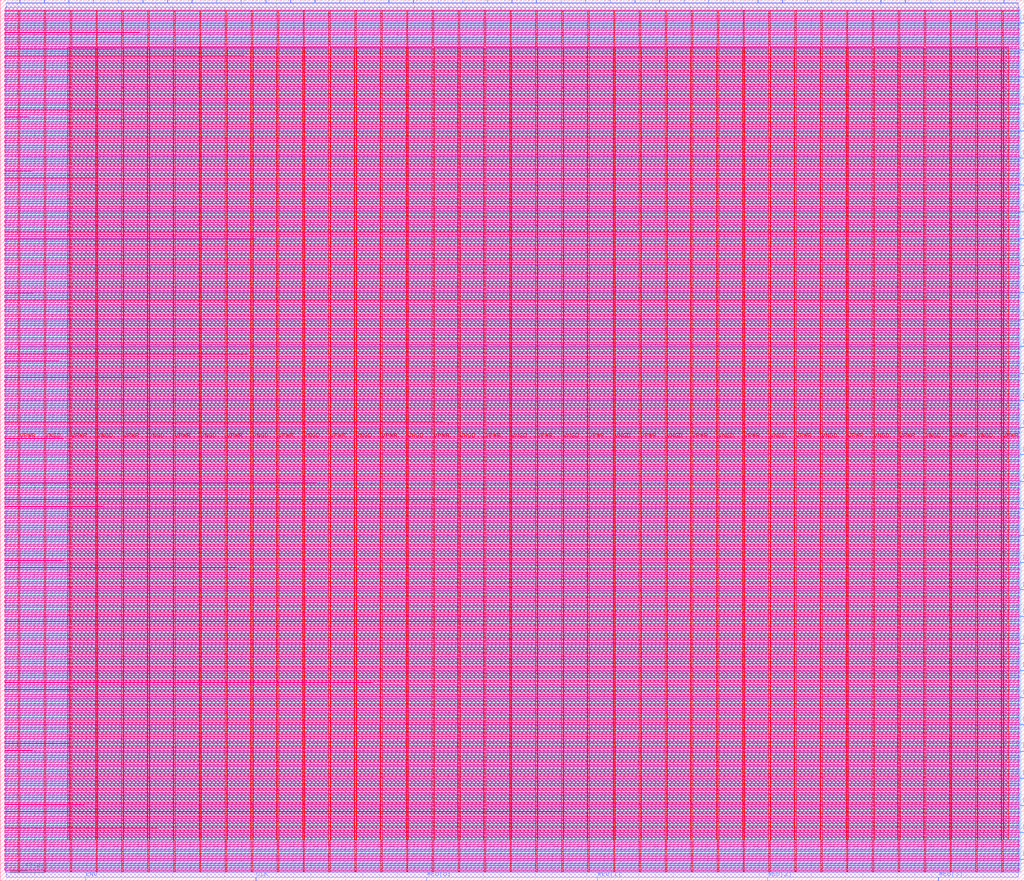
<source format=lef>
VERSION 5.7 ;
  NOWIREEXTENSIONATPIN ON ;
  DIVIDERCHAR "/" ;
  BUSBITCHARS "[]" ;
MACRO DFFRAM512x32
  CLASS BLOCK ;
  FOREIGN DFFRAM512x32 ;
  ORIGIN 0.000 0.000 ;
  SIZE 1186.960 BY 1021.295 ;
  PIN A0[0]
    DIRECTION INPUT ;
    USE SIGNAL ;
    ANTENNAGATEAREA 0.126000 ;
    PORT
      LAYER met2 ;
        RECT 935.270 1017.295 935.550 1021.295 ;
    END
  END A0[0]
  PIN A0[1]
    DIRECTION INPUT ;
    USE SIGNAL ;
    ANTENNAGATEAREA 0.126000 ;
    PORT
      LAYER met2 ;
        RECT 963.790 1017.295 964.070 1021.295 ;
    END
  END A0[1]
  PIN A0[2]
    DIRECTION INPUT ;
    USE SIGNAL ;
    ANTENNAGATEAREA 0.126000 ;
    PORT
      LAYER met2 ;
        RECT 992.310 1017.295 992.590 1021.295 ;
    END
  END A0[2]
  PIN A0[3]
    DIRECTION INPUT ;
    USE SIGNAL ;
    ANTENNAGATEAREA 0.126000 ;
    PORT
      LAYER met2 ;
        RECT 1020.830 1017.295 1021.110 1021.295 ;
    END
  END A0[3]
  PIN A0[4]
    DIRECTION INPUT ;
    USE SIGNAL ;
    ANTENNAGATEAREA 0.213000 ;
    PORT
      LAYER met2 ;
        RECT 1049.350 1017.295 1049.630 1021.295 ;
    END
  END A0[4]
  PIN A0[5]
    DIRECTION INPUT ;
    USE SIGNAL ;
    ANTENNAGATEAREA 0.213000 ;
    PORT
      LAYER met2 ;
        RECT 1077.870 1017.295 1078.150 1021.295 ;
    END
  END A0[5]
  PIN A0[6]
    DIRECTION INPUT ;
    USE SIGNAL ;
    ANTENNAGATEAREA 0.126000 ;
    PORT
      LAYER met2 ;
        RECT 1106.390 1017.295 1106.670 1021.295 ;
    END
  END A0[6]
  PIN A0[7]
    DIRECTION INPUT ;
    USE SIGNAL ;
    ANTENNAGATEAREA 0.126000 ;
    PORT
      LAYER met2 ;
        RECT 1134.910 1017.295 1135.190 1021.295 ;
    END
  END A0[7]
  PIN A0[8]
    DIRECTION INPUT ;
    USE SIGNAL ;
    ANTENNAGATEAREA 0.495000 ;
    PORT
      LAYER met2 ;
        RECT 1163.430 1017.295 1163.710 1021.295 ;
    END
  END A0[8]
  PIN CLK
    DIRECTION INPUT ;
    USE SIGNAL ;
    ANTENNAGATEAREA 0.852000 ;
    PORT
      LAYER met2 ;
        RECT 296.330 0.000 296.610 4.000 ;
    END
  END CLK
  PIN Di0[0]
    DIRECTION INPUT ;
    USE SIGNAL ;
    ANTENNAGATEAREA 0.126000 ;
    PORT
      LAYER met3 ;
        RECT 1182.960 24.520 1186.960 25.120 ;
    END
  END Di0[0]
  PIN Di0[10]
    DIRECTION INPUT ;
    USE SIGNAL ;
    ANTENNAGATEAREA 0.126000 ;
    PORT
      LAYER met3 ;
        RECT 1182.960 337.320 1186.960 337.920 ;
    END
  END Di0[10]
  PIN Di0[11]
    DIRECTION INPUT ;
    USE SIGNAL ;
    ANTENNAGATEAREA 0.126000 ;
    PORT
      LAYER met3 ;
        RECT 1182.960 368.600 1186.960 369.200 ;
    END
  END Di0[11]
  PIN Di0[12]
    DIRECTION INPUT ;
    USE SIGNAL ;
    ANTENNAGATEAREA 0.126000 ;
    PORT
      LAYER met3 ;
        RECT 1182.960 399.880 1186.960 400.480 ;
    END
  END Di0[12]
  PIN Di0[13]
    DIRECTION INPUT ;
    USE SIGNAL ;
    ANTENNAGATEAREA 0.126000 ;
    PORT
      LAYER met3 ;
        RECT 1182.960 431.160 1186.960 431.760 ;
    END
  END Di0[13]
  PIN Di0[14]
    DIRECTION INPUT ;
    USE SIGNAL ;
    ANTENNAGATEAREA 0.126000 ;
    PORT
      LAYER met3 ;
        RECT 1182.960 462.440 1186.960 463.040 ;
    END
  END Di0[14]
  PIN Di0[15]
    DIRECTION INPUT ;
    USE SIGNAL ;
    ANTENNAGATEAREA 0.126000 ;
    PORT
      LAYER met3 ;
        RECT 1182.960 493.720 1186.960 494.320 ;
    END
  END Di0[15]
  PIN Di0[16]
    DIRECTION INPUT ;
    USE SIGNAL ;
    ANTENNAGATEAREA 0.126000 ;
    PORT
      LAYER met3 ;
        RECT 1182.960 525.000 1186.960 525.600 ;
    END
  END Di0[16]
  PIN Di0[17]
    DIRECTION INPUT ;
    USE SIGNAL ;
    ANTENNAGATEAREA 0.126000 ;
    PORT
      LAYER met3 ;
        RECT 1182.960 556.280 1186.960 556.880 ;
    END
  END Di0[17]
  PIN Di0[18]
    DIRECTION INPUT ;
    USE SIGNAL ;
    ANTENNAGATEAREA 0.126000 ;
    PORT
      LAYER met3 ;
        RECT 1182.960 587.560 1186.960 588.160 ;
    END
  END Di0[18]
  PIN Di0[19]
    DIRECTION INPUT ;
    USE SIGNAL ;
    ANTENNAGATEAREA 0.126000 ;
    PORT
      LAYER met3 ;
        RECT 1182.960 618.840 1186.960 619.440 ;
    END
  END Di0[19]
  PIN Di0[1]
    DIRECTION INPUT ;
    USE SIGNAL ;
    ANTENNAGATEAREA 0.126000 ;
    PORT
      LAYER met3 ;
        RECT 1182.960 55.800 1186.960 56.400 ;
    END
  END Di0[1]
  PIN Di0[20]
    DIRECTION INPUT ;
    USE SIGNAL ;
    ANTENNAGATEAREA 0.126000 ;
    PORT
      LAYER met3 ;
        RECT 1182.960 650.120 1186.960 650.720 ;
    END
  END Di0[20]
  PIN Di0[21]
    DIRECTION INPUT ;
    USE SIGNAL ;
    ANTENNAGATEAREA 0.126000 ;
    PORT
      LAYER met3 ;
        RECT 1182.960 681.400 1186.960 682.000 ;
    END
  END Di0[21]
  PIN Di0[22]
    DIRECTION INPUT ;
    USE SIGNAL ;
    ANTENNAGATEAREA 0.126000 ;
    PORT
      LAYER met3 ;
        RECT 1182.960 712.680 1186.960 713.280 ;
    END
  END Di0[22]
  PIN Di0[23]
    DIRECTION INPUT ;
    USE SIGNAL ;
    ANTENNAGATEAREA 0.126000 ;
    PORT
      LAYER met3 ;
        RECT 1182.960 743.960 1186.960 744.560 ;
    END
  END Di0[23]
  PIN Di0[24]
    DIRECTION INPUT ;
    USE SIGNAL ;
    ANTENNAGATEAREA 0.126000 ;
    PORT
      LAYER met3 ;
        RECT 1182.960 775.240 1186.960 775.840 ;
    END
  END Di0[24]
  PIN Di0[25]
    DIRECTION INPUT ;
    USE SIGNAL ;
    ANTENNAGATEAREA 0.126000 ;
    PORT
      LAYER met3 ;
        RECT 1182.960 806.520 1186.960 807.120 ;
    END
  END Di0[25]
  PIN Di0[26]
    DIRECTION INPUT ;
    USE SIGNAL ;
    ANTENNAGATEAREA 0.126000 ;
    PORT
      LAYER met3 ;
        RECT 1182.960 837.800 1186.960 838.400 ;
    END
  END Di0[26]
  PIN Di0[27]
    DIRECTION INPUT ;
    USE SIGNAL ;
    ANTENNAGATEAREA 0.126000 ;
    PORT
      LAYER met3 ;
        RECT 1182.960 869.080 1186.960 869.680 ;
    END
  END Di0[27]
  PIN Di0[28]
    DIRECTION INPUT ;
    USE SIGNAL ;
    ANTENNAGATEAREA 0.126000 ;
    PORT
      LAYER met3 ;
        RECT 1182.960 900.360 1186.960 900.960 ;
    END
  END Di0[28]
  PIN Di0[29]
    DIRECTION INPUT ;
    USE SIGNAL ;
    ANTENNAGATEAREA 0.126000 ;
    PORT
      LAYER met3 ;
        RECT 1182.960 931.640 1186.960 932.240 ;
    END
  END Di0[29]
  PIN Di0[2]
    DIRECTION INPUT ;
    USE SIGNAL ;
    ANTENNAGATEAREA 0.126000 ;
    PORT
      LAYER met3 ;
        RECT 1182.960 87.080 1186.960 87.680 ;
    END
  END Di0[2]
  PIN Di0[30]
    DIRECTION INPUT ;
    USE SIGNAL ;
    ANTENNAGATEAREA 0.126000 ;
    PORT
      LAYER met3 ;
        RECT 1182.960 962.920 1186.960 963.520 ;
    END
  END Di0[30]
  PIN Di0[31]
    DIRECTION INPUT ;
    USE SIGNAL ;
    ANTENNAGATEAREA 0.126000 ;
    PORT
      LAYER met3 ;
        RECT 1182.960 994.200 1186.960 994.800 ;
    END
  END Di0[31]
  PIN Di0[3]
    DIRECTION INPUT ;
    USE SIGNAL ;
    ANTENNAGATEAREA 0.126000 ;
    PORT
      LAYER met3 ;
        RECT 1182.960 118.360 1186.960 118.960 ;
    END
  END Di0[3]
  PIN Di0[4]
    DIRECTION INPUT ;
    USE SIGNAL ;
    ANTENNAGATEAREA 0.126000 ;
    PORT
      LAYER met3 ;
        RECT 1182.960 149.640 1186.960 150.240 ;
    END
  END Di0[4]
  PIN Di0[5]
    DIRECTION INPUT ;
    USE SIGNAL ;
    ANTENNAGATEAREA 0.126000 ;
    PORT
      LAYER met3 ;
        RECT 1182.960 180.920 1186.960 181.520 ;
    END
  END Di0[5]
  PIN Di0[6]
    DIRECTION INPUT ;
    USE SIGNAL ;
    ANTENNAGATEAREA 0.126000 ;
    PORT
      LAYER met3 ;
        RECT 1182.960 212.200 1186.960 212.800 ;
    END
  END Di0[6]
  PIN Di0[7]
    DIRECTION INPUT ;
    USE SIGNAL ;
    ANTENNAGATEAREA 0.126000 ;
    PORT
      LAYER met3 ;
        RECT 1182.960 243.480 1186.960 244.080 ;
    END
  END Di0[7]
  PIN Di0[8]
    DIRECTION INPUT ;
    USE SIGNAL ;
    ANTENNAGATEAREA 0.126000 ;
    PORT
      LAYER met3 ;
        RECT 1182.960 274.760 1186.960 275.360 ;
    END
  END Di0[8]
  PIN Di0[9]
    DIRECTION INPUT ;
    USE SIGNAL ;
    ANTENNAGATEAREA 0.126000 ;
    PORT
      LAYER met3 ;
        RECT 1182.960 306.040 1186.960 306.640 ;
    END
  END Di0[9]
  PIN Do0[0]
    DIRECTION OUTPUT TRISTATE ;
    USE SIGNAL ;
    ANTENNADIFFAREA 2.673000 ;
    PORT
      LAYER met2 ;
        RECT 22.630 1017.295 22.910 1021.295 ;
    END
  END Do0[0]
  PIN Do0[10]
    DIRECTION OUTPUT TRISTATE ;
    USE SIGNAL ;
    ANTENNADIFFAREA 1.336500 ;
    PORT
      LAYER met2 ;
        RECT 307.830 1017.295 308.110 1021.295 ;
    END
  END Do0[10]
  PIN Do0[11]
    DIRECTION OUTPUT TRISTATE ;
    USE SIGNAL ;
    ANTENNADIFFAREA 1.782000 ;
    PORT
      LAYER met2 ;
        RECT 336.350 1017.295 336.630 1021.295 ;
    END
  END Do0[11]
  PIN Do0[12]
    DIRECTION OUTPUT TRISTATE ;
    USE SIGNAL ;
    ANTENNADIFFAREA 1.336500 ;
    PORT
      LAYER met2 ;
        RECT 364.870 1017.295 365.150 1021.295 ;
    END
  END Do0[12]
  PIN Do0[13]
    DIRECTION OUTPUT TRISTATE ;
    USE SIGNAL ;
    ANTENNADIFFAREA 1.336500 ;
    PORT
      LAYER met2 ;
        RECT 393.390 1017.295 393.670 1021.295 ;
    END
  END Do0[13]
  PIN Do0[14]
    DIRECTION OUTPUT TRISTATE ;
    USE SIGNAL ;
    ANTENNADIFFAREA 1.336500 ;
    PORT
      LAYER met2 ;
        RECT 421.910 1017.295 422.190 1021.295 ;
    END
  END Do0[14]
  PIN Do0[15]
    DIRECTION OUTPUT TRISTATE ;
    USE SIGNAL ;
    ANTENNADIFFAREA 2.673000 ;
    PORT
      LAYER met2 ;
        RECT 450.430 1017.295 450.710 1021.295 ;
    END
  END Do0[15]
  PIN Do0[16]
    DIRECTION OUTPUT TRISTATE ;
    USE SIGNAL ;
    ANTENNADIFFAREA 1.782000 ;
    PORT
      LAYER met2 ;
        RECT 478.950 1017.295 479.230 1021.295 ;
    END
  END Do0[16]
  PIN Do0[17]
    DIRECTION OUTPUT TRISTATE ;
    USE SIGNAL ;
    ANTENNADIFFAREA 1.782000 ;
    PORT
      LAYER met2 ;
        RECT 507.470 1017.295 507.750 1021.295 ;
    END
  END Do0[17]
  PIN Do0[18]
    DIRECTION OUTPUT TRISTATE ;
    USE SIGNAL ;
    ANTENNADIFFAREA 1.782000 ;
    PORT
      LAYER met2 ;
        RECT 535.990 1017.295 536.270 1021.295 ;
    END
  END Do0[18]
  PIN Do0[19]
    DIRECTION OUTPUT TRISTATE ;
    USE SIGNAL ;
    ANTENNADIFFAREA 2.673000 ;
    PORT
      LAYER met2 ;
        RECT 564.510 1017.295 564.790 1021.295 ;
    END
  END Do0[19]
  PIN Do0[1]
    DIRECTION OUTPUT TRISTATE ;
    USE SIGNAL ;
    ANTENNADIFFAREA 2.673000 ;
    PORT
      LAYER met2 ;
        RECT 51.150 1017.295 51.430 1021.295 ;
    END
  END Do0[1]
  PIN Do0[20]
    DIRECTION OUTPUT TRISTATE ;
    USE SIGNAL ;
    ANTENNADIFFAREA 2.673000 ;
    PORT
      LAYER met2 ;
        RECT 593.030 1017.295 593.310 1021.295 ;
    END
  END Do0[20]
  PIN Do0[21]
    DIRECTION OUTPUT TRISTATE ;
    USE SIGNAL ;
    ANTENNADIFFAREA 2.673000 ;
    PORT
      LAYER met2 ;
        RECT 621.550 1017.295 621.830 1021.295 ;
    END
  END Do0[21]
  PIN Do0[22]
    DIRECTION OUTPUT TRISTATE ;
    USE SIGNAL ;
    ANTENNADIFFAREA 2.673000 ;
    PORT
      LAYER met2 ;
        RECT 650.070 1017.295 650.350 1021.295 ;
    END
  END Do0[22]
  PIN Do0[23]
    DIRECTION OUTPUT TRISTATE ;
    USE SIGNAL ;
    ANTENNADIFFAREA 2.673000 ;
    PORT
      LAYER met2 ;
        RECT 678.590 1017.295 678.870 1021.295 ;
    END
  END Do0[23]
  PIN Do0[24]
    DIRECTION OUTPUT TRISTATE ;
    USE SIGNAL ;
    ANTENNADIFFAREA 2.673000 ;
    PORT
      LAYER met2 ;
        RECT 707.110 1017.295 707.390 1021.295 ;
    END
  END Do0[24]
  PIN Do0[25]
    DIRECTION OUTPUT TRISTATE ;
    USE SIGNAL ;
    ANTENNADIFFAREA 2.673000 ;
    PORT
      LAYER met2 ;
        RECT 735.630 1017.295 735.910 1021.295 ;
    END
  END Do0[25]
  PIN Do0[26]
    DIRECTION OUTPUT TRISTATE ;
    USE SIGNAL ;
    ANTENNADIFFAREA 2.673000 ;
    PORT
      LAYER met2 ;
        RECT 764.150 1017.295 764.430 1021.295 ;
    END
  END Do0[26]
  PIN Do0[27]
    DIRECTION OUTPUT TRISTATE ;
    USE SIGNAL ;
    ANTENNADIFFAREA 2.673000 ;
    PORT
      LAYER met2 ;
        RECT 792.670 1017.295 792.950 1021.295 ;
    END
  END Do0[27]
  PIN Do0[28]
    DIRECTION OUTPUT TRISTATE ;
    USE SIGNAL ;
    ANTENNADIFFAREA 2.673000 ;
    PORT
      LAYER met2 ;
        RECT 821.190 1017.295 821.470 1021.295 ;
    END
  END Do0[28]
  PIN Do0[29]
    DIRECTION OUTPUT TRISTATE ;
    USE SIGNAL ;
    ANTENNADIFFAREA 2.673000 ;
    PORT
      LAYER met2 ;
        RECT 849.710 1017.295 849.990 1021.295 ;
    END
  END Do0[29]
  PIN Do0[2]
    DIRECTION OUTPUT TRISTATE ;
    USE SIGNAL ;
    ANTENNADIFFAREA 2.673000 ;
    PORT
      LAYER met2 ;
        RECT 79.670 1017.295 79.950 1021.295 ;
    END
  END Do0[2]
  PIN Do0[30]
    DIRECTION OUTPUT TRISTATE ;
    USE SIGNAL ;
    ANTENNADIFFAREA 2.673000 ;
    PORT
      LAYER met2 ;
        RECT 878.230 1017.295 878.510 1021.295 ;
    END
  END Do0[30]
  PIN Do0[31]
    DIRECTION OUTPUT TRISTATE ;
    USE SIGNAL ;
    ANTENNADIFFAREA 2.673000 ;
    PORT
      LAYER met2 ;
        RECT 906.750 1017.295 907.030 1021.295 ;
    END
  END Do0[31]
  PIN Do0[3]
    DIRECTION OUTPUT TRISTATE ;
    USE SIGNAL ;
    ANTENNADIFFAREA 1.782000 ;
    PORT
      LAYER met2 ;
        RECT 108.190 1017.295 108.470 1021.295 ;
    END
  END Do0[3]
  PIN Do0[4]
    DIRECTION OUTPUT TRISTATE ;
    USE SIGNAL ;
    ANTENNADIFFAREA 2.673000 ;
    PORT
      LAYER met2 ;
        RECT 136.710 1017.295 136.990 1021.295 ;
    END
  END Do0[4]
  PIN Do0[5]
    DIRECTION OUTPUT TRISTATE ;
    USE SIGNAL ;
    ANTENNADIFFAREA 2.673000 ;
    PORT
      LAYER met2 ;
        RECT 165.230 1017.295 165.510 1021.295 ;
    END
  END Do0[5]
  PIN Do0[6]
    DIRECTION OUTPUT TRISTATE ;
    USE SIGNAL ;
    ANTENNADIFFAREA 1.782000 ;
    PORT
      LAYER met2 ;
        RECT 193.750 1017.295 194.030 1021.295 ;
    END
  END Do0[6]
  PIN Do0[7]
    DIRECTION OUTPUT TRISTATE ;
    USE SIGNAL ;
    ANTENNADIFFAREA 1.782000 ;
    PORT
      LAYER met2 ;
        RECT 222.270 1017.295 222.550 1021.295 ;
    END
  END Do0[7]
  PIN Do0[8]
    DIRECTION OUTPUT TRISTATE ;
    USE SIGNAL ;
    ANTENNADIFFAREA 1.336500 ;
    PORT
      LAYER met2 ;
        RECT 250.790 1017.295 251.070 1021.295 ;
    END
  END Do0[8]
  PIN Do0[9]
    DIRECTION OUTPUT TRISTATE ;
    USE SIGNAL ;
    ANTENNADIFFAREA 1.782000 ;
    PORT
      LAYER met2 ;
        RECT 279.310 1017.295 279.590 1021.295 ;
    END
  END Do0[9]
  PIN EN0
    DIRECTION INPUT ;
    USE SIGNAL ;
    ANTENNAGATEAREA 0.495000 ;
    PORT
      LAYER met2 ;
        RECT 98.530 0.000 98.810 4.000 ;
    END
  END EN0
  PIN VNGD
    DIRECTION INOUT ;
    USE GROUND ;
    PORT
      LAYER met4 ;
        RECT 51.040 10.640 52.640 1009.360 ;
    END
    PORT
      LAYER met4 ;
        RECT 111.040 10.640 112.640 1009.360 ;
    END
    PORT
      LAYER met4 ;
        RECT 171.040 10.640 172.640 1009.360 ;
    END
    PORT
      LAYER met4 ;
        RECT 231.040 10.640 232.640 1009.360 ;
    END
    PORT
      LAYER met4 ;
        RECT 291.040 10.640 292.640 1009.360 ;
    END
    PORT
      LAYER met4 ;
        RECT 351.040 10.640 352.640 1009.360 ;
    END
    PORT
      LAYER met4 ;
        RECT 411.040 10.640 412.640 1009.360 ;
    END
    PORT
      LAYER met4 ;
        RECT 471.040 10.640 472.640 1009.360 ;
    END
    PORT
      LAYER met4 ;
        RECT 531.040 10.640 532.640 1009.360 ;
    END
    PORT
      LAYER met4 ;
        RECT 591.040 10.640 592.640 1009.360 ;
    END
    PORT
      LAYER met4 ;
        RECT 651.040 10.640 652.640 1009.360 ;
    END
    PORT
      LAYER met4 ;
        RECT 711.040 10.640 712.640 1009.360 ;
    END
    PORT
      LAYER met4 ;
        RECT 771.040 10.640 772.640 1009.360 ;
    END
    PORT
      LAYER met4 ;
        RECT 831.040 10.640 832.640 1009.360 ;
    END
    PORT
      LAYER met4 ;
        RECT 891.040 10.640 892.640 1009.360 ;
    END
    PORT
      LAYER met4 ;
        RECT 951.040 10.640 952.640 1009.360 ;
    END
    PORT
      LAYER met4 ;
        RECT 1011.040 10.640 1012.640 1009.360 ;
    END
    PORT
      LAYER met4 ;
        RECT 1071.040 10.640 1072.640 1009.360 ;
    END
    PORT
      LAYER met4 ;
        RECT 1131.040 10.640 1132.640 1009.360 ;
    END
  END VNGD
  PIN VPWR
    DIRECTION INOUT ;
    USE POWER ;
    PORT
      LAYER met4 ;
        RECT 21.040 10.640 22.640 1009.360 ;
    END
    PORT
      LAYER met4 ;
        RECT 81.040 10.640 82.640 1009.360 ;
    END
    PORT
      LAYER met4 ;
        RECT 141.040 10.640 142.640 1009.360 ;
    END
    PORT
      LAYER met4 ;
        RECT 201.040 10.640 202.640 1009.360 ;
    END
    PORT
      LAYER met4 ;
        RECT 261.040 10.640 262.640 1009.360 ;
    END
    PORT
      LAYER met4 ;
        RECT 321.040 10.640 322.640 1009.360 ;
    END
    PORT
      LAYER met4 ;
        RECT 381.040 10.640 382.640 1009.360 ;
    END
    PORT
      LAYER met4 ;
        RECT 441.040 10.640 442.640 1009.360 ;
    END
    PORT
      LAYER met4 ;
        RECT 501.040 10.640 502.640 1009.360 ;
    END
    PORT
      LAYER met4 ;
        RECT 561.040 10.640 562.640 1009.360 ;
    END
    PORT
      LAYER met4 ;
        RECT 621.040 10.640 622.640 1009.360 ;
    END
    PORT
      LAYER met4 ;
        RECT 681.040 10.640 682.640 1009.360 ;
    END
    PORT
      LAYER met4 ;
        RECT 741.040 10.640 742.640 1009.360 ;
    END
    PORT
      LAYER met4 ;
        RECT 801.040 10.640 802.640 1009.360 ;
    END
    PORT
      LAYER met4 ;
        RECT 861.040 10.640 862.640 1009.360 ;
    END
    PORT
      LAYER met4 ;
        RECT 921.040 10.640 922.640 1009.360 ;
    END
    PORT
      LAYER met4 ;
        RECT 981.040 10.640 982.640 1009.360 ;
    END
    PORT
      LAYER met4 ;
        RECT 1041.040 10.640 1042.640 1009.360 ;
    END
    PORT
      LAYER met4 ;
        RECT 1101.040 10.640 1102.640 1009.360 ;
    END
    PORT
      LAYER met4 ;
        RECT 1161.040 10.640 1162.640 1009.360 ;
    END
  END VPWR
  PIN WE0[0]
    DIRECTION INPUT ;
    USE SIGNAL ;
    ANTENNAGATEAREA 0.247500 ;
    PORT
      LAYER met2 ;
        RECT 494.130 0.000 494.410 4.000 ;
    END
  END WE0[0]
  PIN WE0[1]
    DIRECTION INPUT ;
    USE SIGNAL ;
    ANTENNAGATEAREA 0.213000 ;
    PORT
      LAYER met2 ;
        RECT 691.930 0.000 692.210 4.000 ;
    END
  END WE0[1]
  PIN WE0[2]
    DIRECTION INPUT ;
    USE SIGNAL ;
    ANTENNAGATEAREA 0.495000 ;
    PORT
      LAYER met2 ;
        RECT 889.730 0.000 890.010 4.000 ;
    END
  END WE0[2]
  PIN WE0[3]
    DIRECTION INPUT ;
    USE SIGNAL ;
    ANTENNAGATEAREA 0.247500 ;
    PORT
      LAYER met2 ;
        RECT 1087.530 0.000 1087.810 4.000 ;
    END
  END WE0[3]
  OBS
      LAYER nwell ;
        RECT 5.330 1007.705 1181.470 1009.310 ;
        RECT 5.330 1002.265 1181.470 1005.095 ;
        RECT 5.330 999.605 344.155 999.655 ;
        RECT 5.330 996.875 1181.470 999.605 ;
        RECT 5.330 996.825 372.675 996.875 ;
        RECT 5.330 994.165 282.975 994.215 ;
        RECT 5.330 991.435 1181.470 994.165 ;
        RECT 5.330 991.385 49.755 991.435 ;
        RECT 5.330 988.725 44.695 988.775 ;
        RECT 5.330 985.995 1181.470 988.725 ;
        RECT 5.330 985.945 110.475 985.995 ;
        RECT 5.330 983.285 161.535 983.335 ;
        RECT 5.330 980.555 1181.470 983.285 ;
        RECT 5.330 980.505 347.835 980.555 ;
        RECT 5.330 977.845 1030.475 977.895 ;
        RECT 5.330 975.115 1181.470 977.845 ;
        RECT 5.330 975.065 46.075 975.115 ;
        RECT 5.330 972.405 75.975 972.455 ;
        RECT 5.330 969.675 1181.470 972.405 ;
        RECT 5.330 969.625 184.535 969.675 ;
        RECT 5.330 966.965 367.615 967.015 ;
        RECT 5.330 964.235 1181.470 966.965 ;
        RECT 5.330 964.185 133.935 964.235 ;
        RECT 5.330 961.525 45.155 961.575 ;
        RECT 5.330 958.795 1181.470 961.525 ;
        RECT 5.330 958.745 138.075 958.795 ;
        RECT 5.330 956.085 282.515 956.135 ;
        RECT 5.330 953.355 1181.470 956.085 ;
        RECT 5.330 953.305 71.375 953.355 ;
        RECT 5.330 950.645 406.715 950.695 ;
        RECT 5.330 947.915 1181.470 950.645 ;
        RECT 5.330 947.865 45.615 947.915 ;
        RECT 5.330 945.205 161.535 945.255 ;
        RECT 5.330 942.475 1181.470 945.205 ;
        RECT 5.330 942.425 78.275 942.475 ;
        RECT 5.330 939.765 112.315 939.815 ;
        RECT 5.330 937.035 1181.470 939.765 ;
        RECT 5.330 936.985 37.335 937.035 ;
        RECT 5.330 934.325 76.895 934.375 ;
        RECT 5.330 931.595 1181.470 934.325 ;
        RECT 5.330 931.545 148.655 931.595 ;
        RECT 5.330 928.885 51.135 928.935 ;
        RECT 5.330 926.155 1181.470 928.885 ;
        RECT 5.330 926.105 45.615 926.155 ;
        RECT 5.330 923.445 144.515 923.495 ;
        RECT 5.330 920.715 1181.470 923.445 ;
        RECT 5.330 920.665 45.615 920.715 ;
        RECT 5.330 918.005 719.975 918.055 ;
        RECT 5.330 915.225 1181.470 918.005 ;
        RECT 5.330 912.565 187.755 912.615 ;
        RECT 5.330 909.835 1181.470 912.565 ;
        RECT 5.330 909.785 174.415 909.835 ;
        RECT 5.330 907.125 72.755 907.175 ;
        RECT 5.330 904.395 1181.470 907.125 ;
        RECT 5.330 904.345 45.615 904.395 ;
        RECT 5.330 901.685 290.335 901.735 ;
        RECT 5.330 898.955 1181.470 901.685 ;
        RECT 5.330 898.905 138.995 898.955 ;
        RECT 5.330 896.245 84.255 896.295 ;
        RECT 5.330 893.515 1181.470 896.245 ;
        RECT 5.330 893.465 140.375 893.515 ;
        RECT 5.330 890.805 206.155 890.855 ;
        RECT 5.330 888.075 1181.470 890.805 ;
        RECT 5.330 888.025 55.275 888.075 ;
        RECT 5.330 885.365 32.735 885.415 ;
        RECT 5.330 882.635 1181.470 885.365 ;
        RECT 5.330 882.585 100.355 882.635 ;
        RECT 5.330 879.925 640.395 879.975 ;
        RECT 5.330 877.195 1181.470 879.925 ;
        RECT 5.330 877.145 715.375 877.195 ;
        RECT 5.330 874.485 309.195 874.535 ;
        RECT 5.330 871.755 1181.470 874.485 ;
        RECT 5.330 871.705 550.235 871.755 ;
        RECT 5.330 869.045 772.875 869.095 ;
        RECT 5.330 866.315 1181.470 869.045 ;
        RECT 5.330 866.265 280.675 866.315 ;
        RECT 5.330 863.605 345.075 863.655 ;
        RECT 5.330 860.875 1181.470 863.605 ;
        RECT 5.330 860.825 972.975 860.875 ;
        RECT 5.330 858.165 343.695 858.215 ;
        RECT 5.330 855.435 1181.470 858.165 ;
        RECT 5.330 855.385 282.515 855.435 ;
        RECT 5.330 852.725 1056.235 852.775 ;
        RECT 5.330 849.995 1181.470 852.725 ;
        RECT 5.330 849.945 45.615 849.995 ;
        RECT 5.330 847.285 90.235 847.335 ;
        RECT 5.330 844.555 1181.470 847.285 ;
        RECT 5.330 844.505 71.375 844.555 ;
        RECT 5.330 839.115 1181.470 841.895 ;
        RECT 5.330 839.065 45.615 839.115 ;
        RECT 5.330 836.405 511.595 836.455 ;
        RECT 5.330 833.675 1181.470 836.405 ;
        RECT 5.330 833.625 138.075 833.675 ;
        RECT 5.330 830.965 93.915 831.015 ;
        RECT 5.330 828.235 1181.470 830.965 ;
        RECT 5.330 828.185 166.135 828.235 ;
        RECT 5.330 825.525 257.675 825.575 ;
        RECT 5.330 822.795 1181.470 825.525 ;
        RECT 5.330 822.745 37.335 822.795 ;
        RECT 5.330 820.085 502.855 820.135 ;
        RECT 5.330 817.355 1181.470 820.085 ;
        RECT 5.330 817.305 205.695 817.355 ;
        RECT 5.330 814.645 110.015 814.695 ;
        RECT 5.330 811.915 1181.470 814.645 ;
        RECT 5.330 811.865 37.795 811.915 ;
        RECT 5.330 809.205 84.255 809.255 ;
        RECT 5.330 806.475 1181.470 809.205 ;
        RECT 5.330 806.425 205.695 806.475 ;
        RECT 5.330 803.765 92.995 803.815 ;
        RECT 5.330 801.035 1181.470 803.765 ;
        RECT 5.330 800.985 38.715 801.035 ;
        RECT 5.330 798.325 169.355 798.375 ;
        RECT 5.330 795.595 1181.470 798.325 ;
        RECT 5.330 795.545 277.455 795.595 ;
        RECT 5.330 792.885 100.815 792.935 ;
        RECT 5.330 790.155 1181.470 792.885 ;
        RECT 5.330 790.105 38.715 790.155 ;
        RECT 5.330 787.445 599.455 787.495 ;
        RECT 5.330 784.715 1181.470 787.445 ;
        RECT 5.330 784.665 72.755 784.715 ;
        RECT 5.330 782.005 206.155 782.055 ;
        RECT 5.330 779.275 1181.470 782.005 ;
        RECT 5.330 779.225 244.795 779.275 ;
        RECT 5.330 776.565 35.495 776.615 ;
        RECT 5.330 773.835 1181.470 776.565 ;
        RECT 5.330 773.785 86.555 773.835 ;
        RECT 5.330 771.125 206.155 771.175 ;
        RECT 5.330 768.395 1181.470 771.125 ;
        RECT 5.330 768.345 48.835 768.395 ;
        RECT 5.330 765.685 135.775 765.735 ;
        RECT 5.330 762.955 1181.470 765.685 ;
        RECT 5.330 762.905 34.575 762.955 ;
        RECT 5.330 760.245 238.815 760.295 ;
        RECT 5.330 757.515 1181.470 760.245 ;
        RECT 5.330 757.465 679.955 757.515 ;
        RECT 5.330 754.805 601.295 754.855 ;
        RECT 5.330 752.075 1181.470 754.805 ;
        RECT 5.330 752.025 1067.275 752.075 ;
        RECT 5.330 749.365 667.075 749.415 ;
        RECT 5.330 746.635 1181.470 749.365 ;
        RECT 5.330 746.585 287.115 746.635 ;
        RECT 5.330 743.925 295.855 743.975 ;
        RECT 5.330 741.195 1181.470 743.925 ;
        RECT 5.330 741.145 312.875 741.195 ;
        RECT 5.330 738.485 264.575 738.535 ;
        RECT 5.330 735.755 1181.470 738.485 ;
        RECT 5.330 735.705 364.395 735.755 ;
        RECT 5.330 733.045 292.175 733.095 ;
        RECT 5.330 730.315 1181.470 733.045 ;
        RECT 5.330 730.265 115.995 730.315 ;
        RECT 5.330 727.605 74.135 727.655 ;
        RECT 5.330 724.875 1181.470 727.605 ;
        RECT 5.330 724.825 50.675 724.875 ;
        RECT 5.330 722.165 46.995 722.215 ;
        RECT 5.330 719.435 1181.470 722.165 ;
        RECT 5.330 719.385 598.075 719.435 ;
        RECT 5.330 716.725 231.455 716.775 ;
        RECT 5.330 713.995 1181.470 716.725 ;
        RECT 5.330 713.945 295.855 713.995 ;
        RECT 5.330 711.285 324.375 711.335 ;
        RECT 5.330 708.555 1181.470 711.285 ;
        RECT 5.330 708.505 46.995 708.555 ;
        RECT 5.330 705.845 151.875 705.895 ;
        RECT 5.330 703.115 1181.470 705.845 ;
        RECT 5.330 703.065 97.135 703.115 ;
        RECT 5.330 700.405 58.495 700.455 ;
        RECT 5.330 697.675 1181.470 700.405 ;
        RECT 5.330 697.625 85.635 697.675 ;
        RECT 5.330 694.965 42.395 695.015 ;
        RECT 5.330 692.235 1181.470 694.965 ;
        RECT 5.330 692.185 115.535 692.235 ;
        RECT 5.330 689.525 1012.995 689.575 ;
        RECT 5.330 686.795 1181.470 689.525 ;
        RECT 5.330 686.745 1116.495 686.795 ;
        RECT 5.330 684.085 84.255 684.135 ;
        RECT 5.330 681.355 1181.470 684.085 ;
        RECT 5.330 681.305 38.715 681.355 ;
        RECT 5.330 678.645 119.675 678.695 ;
        RECT 5.330 675.915 1181.470 678.645 ;
        RECT 5.330 675.865 97.595 675.915 ;
        RECT 5.330 673.205 1088.895 673.255 ;
        RECT 5.330 670.475 1181.470 673.205 ;
        RECT 5.330 670.425 360.715 670.475 ;
        RECT 5.330 667.765 240.655 667.815 ;
        RECT 5.330 665.035 1181.470 667.765 ;
        RECT 5.330 664.985 264.575 665.035 ;
        RECT 5.330 662.325 40.555 662.375 ;
        RECT 5.330 659.595 1181.470 662.325 ;
        RECT 5.330 659.545 55.735 659.595 ;
        RECT 5.330 656.885 84.255 656.935 ;
        RECT 5.330 654.155 1181.470 656.885 ;
        RECT 5.330 654.105 152.795 654.155 ;
        RECT 5.330 651.445 231.915 651.495 ;
        RECT 5.330 648.715 1181.470 651.445 ;
        RECT 5.330 648.665 47.915 648.715 ;
        RECT 5.330 646.005 45.615 646.055 ;
        RECT 5.330 643.275 1181.470 646.005 ;
        RECT 5.330 643.225 89.775 643.275 ;
        RECT 5.330 640.565 174.415 640.615 ;
        RECT 5.330 637.835 1181.470 640.565 ;
        RECT 5.330 637.785 148.655 637.835 ;
        RECT 5.330 635.125 119.215 635.175 ;
        RECT 5.330 632.395 1181.470 635.125 ;
        RECT 5.330 632.345 45.615 632.395 ;
        RECT 5.330 629.685 58.955 629.735 ;
        RECT 5.330 626.955 1181.470 629.685 ;
        RECT 5.330 626.905 231.915 626.955 ;
        RECT 5.330 624.245 120.135 624.295 ;
        RECT 5.330 621.515 1181.470 624.245 ;
        RECT 5.330 621.465 277.455 621.515 ;
        RECT 5.330 618.805 461.915 618.855 ;
        RECT 5.330 616.075 1181.470 618.805 ;
        RECT 5.330 616.025 38.715 616.075 ;
        RECT 5.330 613.365 173.035 613.415 ;
        RECT 5.330 610.635 1181.470 613.365 ;
        RECT 5.330 610.585 287.575 610.635 ;
        RECT 5.330 607.925 115.075 607.975 ;
        RECT 5.330 605.195 1181.470 607.925 ;
        RECT 5.330 605.145 97.135 605.195 ;
        RECT 5.330 602.485 68.155 602.535 ;
        RECT 5.330 599.755 1181.470 602.485 ;
        RECT 5.330 599.705 45.615 599.755 ;
        RECT 5.330 597.045 512.055 597.095 ;
        RECT 5.330 594.315 1181.470 597.045 ;
        RECT 5.330 594.265 174.415 594.315 ;
        RECT 5.330 591.605 514.355 591.655 ;
        RECT 5.330 588.875 1181.470 591.605 ;
        RECT 5.330 588.825 115.535 588.875 ;
        RECT 5.330 586.165 42.395 586.215 ;
        RECT 5.330 583.435 1181.470 586.165 ;
        RECT 5.330 583.385 159.235 583.435 ;
        RECT 5.330 580.725 63.095 580.775 ;
        RECT 5.330 577.995 1181.470 580.725 ;
        RECT 5.330 577.945 122.895 577.995 ;
        RECT 5.330 575.285 393.375 575.335 ;
        RECT 5.330 572.555 1181.470 575.285 ;
        RECT 5.330 572.505 251.695 572.555 ;
        RECT 5.330 569.845 273.775 569.895 ;
        RECT 5.330 567.115 1181.470 569.845 ;
        RECT 5.330 567.065 319.315 567.115 ;
        RECT 5.330 564.405 316.095 564.455 ;
        RECT 5.330 561.675 1181.470 564.405 ;
        RECT 5.330 561.625 410.395 561.675 ;
        RECT 5.330 558.965 248.935 559.015 ;
        RECT 5.330 556.235 1181.470 558.965 ;
        RECT 5.330 556.185 364.395 556.235 ;
        RECT 5.330 553.525 522.175 553.575 ;
        RECT 5.330 550.795 1181.470 553.525 ;
        RECT 5.330 550.745 261.815 550.795 ;
        RECT 5.330 548.085 556.215 548.135 ;
        RECT 5.330 545.355 1181.470 548.085 ;
        RECT 5.330 545.305 384.175 545.355 ;
        RECT 5.330 542.645 299.995 542.695 ;
        RECT 5.330 539.915 1181.470 542.645 ;
        RECT 5.330 539.865 406.255 539.915 ;
        RECT 5.330 537.205 558.975 537.255 ;
        RECT 5.330 534.475 1181.470 537.205 ;
        RECT 5.330 534.425 475.255 534.475 ;
        RECT 5.330 531.765 515.275 531.815 ;
        RECT 5.330 529.035 1181.470 531.765 ;
        RECT 5.330 528.985 535.055 529.035 ;
        RECT 5.330 526.325 995.515 526.375 ;
        RECT 5.330 523.595 1181.470 526.325 ;
        RECT 5.330 523.545 269.175 523.595 ;
        RECT 5.330 520.885 267.335 520.935 ;
        RECT 5.330 518.155 1181.470 520.885 ;
        RECT 5.330 518.105 134.855 518.155 ;
        RECT 5.330 515.445 193.275 515.495 ;
        RECT 5.330 512.715 1181.470 515.445 ;
        RECT 5.330 512.665 72.755 512.715 ;
        RECT 5.330 510.005 161.535 510.055 ;
        RECT 5.330 507.275 1181.470 510.005 ;
        RECT 5.330 507.225 161.995 507.275 ;
        RECT 5.330 504.565 101.275 504.615 ;
        RECT 5.330 501.835 1181.470 504.565 ;
        RECT 5.330 501.785 111.855 501.835 ;
        RECT 5.330 499.125 176.715 499.175 ;
        RECT 5.330 496.395 1181.470 499.125 ;
        RECT 5.330 496.345 71.375 496.395 ;
        RECT 5.330 493.685 110.015 493.735 ;
        RECT 5.330 490.955 1181.470 493.685 ;
        RECT 5.330 490.905 253.995 490.955 ;
        RECT 5.330 488.245 341.855 488.295 ;
        RECT 5.330 485.515 1181.470 488.245 ;
        RECT 5.330 485.465 190.975 485.515 ;
        RECT 5.330 482.805 333.575 482.855 ;
        RECT 5.330 480.075 1181.470 482.805 ;
        RECT 5.330 480.025 97.135 480.075 ;
        RECT 5.330 477.365 127.955 477.415 ;
        RECT 5.330 474.635 1181.470 477.365 ;
        RECT 5.330 474.585 64.475 474.635 ;
        RECT 5.330 471.925 74.135 471.975 ;
        RECT 5.330 469.195 1181.470 471.925 ;
        RECT 5.330 469.145 153.715 469.195 ;
        RECT 5.330 466.485 115.075 466.535 ;
        RECT 5.330 463.755 1181.470 466.485 ;
        RECT 5.330 463.705 208.915 463.755 ;
        RECT 5.330 461.045 367.615 461.095 ;
        RECT 5.330 458.315 1181.470 461.045 ;
        RECT 5.330 458.265 211.215 458.315 ;
        RECT 5.330 455.605 179.935 455.655 ;
        RECT 5.330 452.875 1181.470 455.605 ;
        RECT 5.330 452.825 71.375 452.875 ;
        RECT 5.330 450.165 554.835 450.215 ;
        RECT 5.330 447.435 1181.470 450.165 ;
        RECT 5.330 447.385 537.815 447.435 ;
        RECT 5.330 444.725 484.455 444.775 ;
        RECT 5.330 441.995 1181.470 444.725 ;
        RECT 5.330 441.945 519.415 441.995 ;
        RECT 5.330 439.285 811.975 439.335 ;
        RECT 5.330 436.555 1181.470 439.285 ;
        RECT 5.330 436.505 87.935 436.555 ;
        RECT 5.330 433.845 118.755 433.895 ;
        RECT 5.330 431.115 1181.470 433.845 ;
        RECT 5.330 431.065 57.575 431.115 ;
        RECT 5.330 428.405 171.195 428.455 ;
        RECT 5.330 425.675 1181.470 428.405 ;
        RECT 5.330 425.625 330.355 425.675 ;
        RECT 5.330 422.965 300.915 423.015 ;
        RECT 5.330 420.235 1181.470 422.965 ;
        RECT 5.330 420.185 150.955 420.235 ;
        RECT 5.330 417.525 70.915 417.575 ;
        RECT 5.330 414.795 1181.470 417.525 ;
        RECT 5.330 414.745 88.855 414.795 ;
        RECT 5.330 412.085 68.615 412.135 ;
        RECT 5.330 409.355 1181.470 412.085 ;
        RECT 5.330 409.305 255.375 409.355 ;
        RECT 5.330 406.645 87.935 406.695 ;
        RECT 5.330 403.915 1181.470 406.645 ;
        RECT 5.330 403.865 64.475 403.915 ;
        RECT 5.330 401.205 166.135 401.255 ;
        RECT 5.330 398.475 1181.470 401.205 ;
        RECT 5.330 398.425 164.295 398.475 ;
        RECT 5.330 395.765 728.255 395.815 ;
        RECT 5.330 393.035 1181.470 395.765 ;
        RECT 5.330 392.985 97.135 393.035 ;
        RECT 5.330 390.325 86.555 390.375 ;
        RECT 5.330 387.595 1181.470 390.325 ;
        RECT 5.330 387.545 58.495 387.595 ;
        RECT 5.330 384.885 124.735 384.935 ;
        RECT 5.330 382.155 1181.470 384.885 ;
        RECT 5.330 382.105 98.055 382.155 ;
        RECT 5.330 379.445 102.655 379.495 ;
        RECT 5.330 376.715 1181.470 379.445 ;
        RECT 5.330 376.665 806.915 376.715 ;
        RECT 5.330 374.005 250.775 374.055 ;
        RECT 5.330 371.275 1181.470 374.005 ;
        RECT 5.330 371.225 73.215 371.275 ;
        RECT 5.330 368.565 256.755 368.615 ;
        RECT 5.330 365.835 1181.470 368.565 ;
        RECT 5.330 365.785 346.455 365.835 ;
        RECT 5.330 363.125 273.775 363.175 ;
        RECT 5.330 360.395 1181.470 363.125 ;
        RECT 5.330 360.345 407.635 360.395 ;
        RECT 5.330 357.685 347.835 357.735 ;
        RECT 5.330 354.955 1181.470 357.685 ;
        RECT 5.330 354.905 586.575 354.955 ;
        RECT 5.330 352.245 650.975 352.295 ;
        RECT 5.330 349.515 1181.470 352.245 ;
        RECT 5.330 349.465 494.115 349.515 ;
        RECT 5.330 346.805 412.235 346.855 ;
        RECT 5.330 344.075 1181.470 346.805 ;
        RECT 5.330 344.025 370.375 344.075 ;
        RECT 5.330 341.365 351.515 341.415 ;
        RECT 5.330 338.635 1181.470 341.365 ;
        RECT 5.330 338.585 31.355 338.635 ;
        RECT 5.330 335.925 275.615 335.975 ;
        RECT 5.330 333.195 1181.470 335.925 ;
        RECT 5.330 333.145 45.615 333.195 ;
        RECT 5.330 330.485 84.255 330.535 ;
        RECT 5.330 327.755 1181.470 330.485 ;
        RECT 5.330 327.705 122.895 327.755 ;
        RECT 5.330 325.045 174.875 325.095 ;
        RECT 5.330 322.315 1181.470 325.045 ;
        RECT 5.330 322.265 34.115 322.315 ;
        RECT 5.330 319.605 120.135 319.655 ;
        RECT 5.330 316.875 1181.470 319.605 ;
        RECT 5.330 316.825 277.455 316.875 ;
        RECT 5.330 314.165 84.255 314.215 ;
        RECT 5.330 311.435 1181.470 314.165 ;
        RECT 5.330 311.385 50.675 311.435 ;
        RECT 5.330 308.725 119.675 308.775 ;
        RECT 5.330 305.995 1181.470 308.725 ;
        RECT 5.330 305.945 420.515 305.995 ;
        RECT 5.330 303.285 32.735 303.335 ;
        RECT 5.330 300.555 1181.470 303.285 ;
        RECT 5.330 300.505 552.075 300.555 ;
        RECT 5.330 297.845 70.455 297.895 ;
        RECT 5.330 295.115 1181.470 297.845 ;
        RECT 5.330 295.065 97.135 295.115 ;
        RECT 5.330 289.675 1181.470 292.455 ;
        RECT 5.330 289.625 28.595 289.675 ;
        RECT 5.330 286.965 43.775 287.015 ;
        RECT 5.330 284.235 1181.470 286.965 ;
        RECT 5.330 284.185 87.475 284.235 ;
        RECT 5.330 281.525 49.755 281.575 ;
        RECT 5.330 278.795 1181.470 281.525 ;
        RECT 5.330 278.745 46.075 278.795 ;
        RECT 5.330 276.085 32.735 276.135 ;
        RECT 5.330 273.355 1181.470 276.085 ;
        RECT 5.330 273.305 30.895 273.355 ;
        RECT 5.330 270.645 187.295 270.695 ;
        RECT 5.330 267.915 1181.470 270.645 ;
        RECT 5.330 267.865 243.875 267.915 ;
        RECT 5.330 262.475 1181.470 265.255 ;
        RECT 5.330 262.425 115.995 262.475 ;
        RECT 5.330 259.765 32.735 259.815 ;
        RECT 5.330 257.035 1181.470 259.765 ;
        RECT 5.330 256.985 267.335 257.035 ;
        RECT 5.330 254.325 144.055 254.375 ;
        RECT 5.330 251.595 1181.470 254.325 ;
        RECT 5.330 251.545 115.995 251.595 ;
        RECT 5.330 248.885 343.695 248.935 ;
        RECT 5.330 246.155 1181.470 248.885 ;
        RECT 5.330 246.105 31.815 246.155 ;
        RECT 5.330 243.445 754.015 243.495 ;
        RECT 5.330 240.715 1181.470 243.445 ;
        RECT 5.330 240.665 141.755 240.715 ;
        RECT 5.330 238.005 179.475 238.055 ;
        RECT 5.330 235.275 1181.470 238.005 ;
        RECT 5.330 235.225 115.995 235.275 ;
        RECT 5.330 232.565 32.735 232.615 ;
        RECT 5.330 229.835 1181.470 232.565 ;
        RECT 5.330 229.785 432.015 229.835 ;
        RECT 5.330 227.125 369.915 227.175 ;
        RECT 5.330 224.395 1181.470 227.125 ;
        RECT 5.330 224.345 45.615 224.395 ;
        RECT 5.330 221.685 89.315 221.735 ;
        RECT 5.330 218.955 1181.470 221.685 ;
        RECT 5.330 218.905 59.875 218.955 ;
        RECT 5.330 216.245 25.835 216.295 ;
        RECT 5.330 213.515 1181.470 216.245 ;
        RECT 5.330 213.465 174.415 213.515 ;
        RECT 5.330 210.805 557.595 210.855 ;
        RECT 5.330 208.075 1181.470 210.805 ;
        RECT 5.330 208.025 305.055 208.075 ;
        RECT 5.330 205.365 454.555 205.415 ;
        RECT 5.330 202.635 1181.470 205.365 ;
        RECT 5.330 202.585 268.255 202.635 ;
        RECT 5.330 199.925 244.335 199.975 ;
        RECT 5.330 197.195 1181.470 199.925 ;
        RECT 5.330 197.145 264.115 197.195 ;
        RECT 5.330 194.485 522.175 194.535 ;
        RECT 5.330 191.755 1181.470 194.485 ;
        RECT 5.330 191.705 251.695 191.755 ;
        RECT 5.330 189.045 251.235 189.095 ;
        RECT 5.330 186.315 1181.470 189.045 ;
        RECT 5.330 186.265 395.675 186.315 ;
        RECT 5.330 183.605 549.315 183.655 ;
        RECT 5.330 180.875 1181.470 183.605 ;
        RECT 5.330 180.825 314.715 180.875 ;
        RECT 5.330 178.165 37.335 178.215 ;
        RECT 5.330 175.435 1181.470 178.165 ;
        RECT 5.330 175.385 71.375 175.435 ;
        RECT 5.330 172.725 51.595 172.775 ;
        RECT 5.330 169.995 1181.470 172.725 ;
        RECT 5.330 169.945 176.255 169.995 ;
        RECT 5.330 167.285 119.675 167.335 ;
        RECT 5.330 164.555 1181.470 167.285 ;
        RECT 5.330 164.505 38.715 164.555 ;
        RECT 5.330 161.845 99.435 161.895 ;
        RECT 5.330 159.115 1181.470 161.845 ;
        RECT 5.330 159.065 81.035 159.115 ;
        RECT 5.330 156.405 431.555 156.455 ;
        RECT 5.330 153.675 1181.470 156.405 ;
        RECT 5.330 153.625 61.715 153.675 ;
        RECT 5.330 150.965 37.335 151.015 ;
        RECT 5.330 148.235 1181.470 150.965 ;
        RECT 5.330 148.185 240.195 148.235 ;
        RECT 5.330 145.525 150.495 145.575 ;
        RECT 5.330 142.795 1181.470 145.525 ;
        RECT 5.330 142.745 99.895 142.795 ;
        RECT 5.330 140.085 230.995 140.135 ;
        RECT 5.330 137.355 1181.470 140.085 ;
        RECT 5.330 137.305 35.495 137.355 ;
        RECT 5.330 134.645 151.875 134.695 ;
        RECT 5.330 131.915 1181.470 134.645 ;
        RECT 5.330 131.865 81.035 131.915 ;
        RECT 5.330 129.205 123.355 129.255 ;
        RECT 5.330 126.475 1181.470 129.205 ;
        RECT 5.330 126.425 124.275 126.475 ;
        RECT 5.330 123.765 513.895 123.815 ;
        RECT 5.330 121.035 1181.470 123.765 ;
        RECT 5.330 120.985 49.295 121.035 ;
        RECT 5.330 118.325 34.575 118.375 ;
        RECT 5.330 115.595 1181.470 118.325 ;
        RECT 5.330 115.545 64.475 115.595 ;
        RECT 5.330 112.885 84.255 112.935 ;
        RECT 5.330 110.155 1181.470 112.885 ;
        RECT 5.330 110.105 551.155 110.155 ;
        RECT 5.330 107.445 161.535 107.495 ;
        RECT 5.330 104.715 1181.470 107.445 ;
        RECT 5.330 104.665 680.875 104.715 ;
        RECT 5.330 102.005 48.375 102.055 ;
        RECT 5.330 99.275 1181.470 102.005 ;
        RECT 5.330 99.225 518.955 99.275 ;
        RECT 5.330 96.565 25.835 96.615 ;
        RECT 5.330 93.835 1181.470 96.565 ;
        RECT 5.330 93.785 122.895 93.835 ;
        RECT 5.330 91.125 58.495 91.175 ;
        RECT 5.330 88.395 1181.470 91.125 ;
        RECT 5.330 88.345 97.135 88.395 ;
        RECT 5.330 85.685 38.255 85.735 ;
        RECT 5.330 82.955 1181.470 85.685 ;
        RECT 5.330 82.905 52.975 82.955 ;
        RECT 5.330 80.245 655.575 80.295 ;
        RECT 5.330 77.515 1181.470 80.245 ;
        RECT 5.330 77.465 180.855 77.515 ;
        RECT 5.330 74.805 420.055 74.855 ;
        RECT 5.330 72.075 1181.470 74.805 ;
        RECT 5.330 72.025 38.255 72.075 ;
        RECT 5.330 69.365 119.675 69.415 ;
        RECT 5.330 66.635 1181.470 69.365 ;
        RECT 5.330 66.585 77.815 66.635 ;
        RECT 5.330 63.925 96.215 63.975 ;
        RECT 5.330 61.195 1181.470 63.925 ;
        RECT 5.330 61.145 181.315 61.195 ;
        RECT 5.330 58.485 41.935 58.535 ;
        RECT 5.330 55.755 1181.470 58.485 ;
        RECT 5.330 55.705 148.655 55.755 ;
        RECT 5.330 53.045 67.695 53.095 ;
        RECT 5.330 50.315 1181.470 53.045 ;
        RECT 5.330 50.265 87.015 50.315 ;
        RECT 5.330 47.605 100.815 47.655 ;
        RECT 5.330 44.875 1181.470 47.605 ;
        RECT 5.330 44.825 52.055 44.875 ;
        RECT 5.330 42.165 38.255 42.215 ;
        RECT 5.330 39.435 1181.470 42.165 ;
        RECT 5.330 39.385 457.775 39.435 ;
        RECT 5.330 36.725 657.415 36.775 ;
        RECT 5.330 33.995 1181.470 36.725 ;
        RECT 5.330 33.945 380.495 33.995 ;
        RECT 5.330 28.505 1181.470 31.335 ;
        RECT 5.330 23.065 1181.470 25.895 ;
        RECT 5.330 17.625 1181.470 20.455 ;
        RECT 5.330 12.185 1181.470 15.015 ;
      LAYER li1 ;
        RECT 5.520 10.795 1181.280 1009.205 ;
      LAYER met1 ;
        RECT 5.520 9.900 1181.280 1012.420 ;
      LAYER met2 ;
        RECT 7.000 1017.015 22.350 1017.690 ;
        RECT 23.190 1017.015 50.870 1017.690 ;
        RECT 51.710 1017.015 79.390 1017.690 ;
        RECT 80.230 1017.015 107.910 1017.690 ;
        RECT 108.750 1017.015 136.430 1017.690 ;
        RECT 137.270 1017.015 164.950 1017.690 ;
        RECT 165.790 1017.015 193.470 1017.690 ;
        RECT 194.310 1017.015 221.990 1017.690 ;
        RECT 222.830 1017.015 250.510 1017.690 ;
        RECT 251.350 1017.015 279.030 1017.690 ;
        RECT 279.870 1017.015 307.550 1017.690 ;
        RECT 308.390 1017.015 336.070 1017.690 ;
        RECT 336.910 1017.015 364.590 1017.690 ;
        RECT 365.430 1017.015 393.110 1017.690 ;
        RECT 393.950 1017.015 421.630 1017.690 ;
        RECT 422.470 1017.015 450.150 1017.690 ;
        RECT 450.990 1017.015 478.670 1017.690 ;
        RECT 479.510 1017.015 507.190 1017.690 ;
        RECT 508.030 1017.015 535.710 1017.690 ;
        RECT 536.550 1017.015 564.230 1017.690 ;
        RECT 565.070 1017.015 592.750 1017.690 ;
        RECT 593.590 1017.015 621.270 1017.690 ;
        RECT 622.110 1017.015 649.790 1017.690 ;
        RECT 650.630 1017.015 678.310 1017.690 ;
        RECT 679.150 1017.015 706.830 1017.690 ;
        RECT 707.670 1017.015 735.350 1017.690 ;
        RECT 736.190 1017.015 763.870 1017.690 ;
        RECT 764.710 1017.015 792.390 1017.690 ;
        RECT 793.230 1017.015 820.910 1017.690 ;
        RECT 821.750 1017.015 849.430 1017.690 ;
        RECT 850.270 1017.015 877.950 1017.690 ;
        RECT 878.790 1017.015 906.470 1017.690 ;
        RECT 907.310 1017.015 934.990 1017.690 ;
        RECT 935.830 1017.015 963.510 1017.690 ;
        RECT 964.350 1017.015 992.030 1017.690 ;
        RECT 992.870 1017.015 1020.550 1017.690 ;
        RECT 1021.390 1017.015 1049.070 1017.690 ;
        RECT 1049.910 1017.015 1077.590 1017.690 ;
        RECT 1078.430 1017.015 1106.110 1017.690 ;
        RECT 1106.950 1017.015 1134.630 1017.690 ;
        RECT 1135.470 1017.015 1163.150 1017.690 ;
        RECT 1163.990 1017.015 1180.270 1017.690 ;
        RECT 7.000 4.280 1180.270 1017.015 ;
        RECT 7.000 4.000 98.250 4.280 ;
        RECT 99.090 4.000 296.050 4.280 ;
        RECT 296.890 4.000 493.850 4.280 ;
        RECT 494.690 4.000 691.650 4.280 ;
        RECT 692.490 4.000 889.450 4.280 ;
        RECT 890.290 4.000 1087.250 4.280 ;
        RECT 1088.090 4.000 1180.270 4.280 ;
      LAYER met3 ;
        RECT 21.050 995.200 1182.960 1009.285 ;
        RECT 21.050 993.800 1182.560 995.200 ;
        RECT 21.050 963.920 1182.960 993.800 ;
        RECT 21.050 962.520 1182.560 963.920 ;
        RECT 21.050 932.640 1182.960 962.520 ;
        RECT 21.050 931.240 1182.560 932.640 ;
        RECT 21.050 901.360 1182.960 931.240 ;
        RECT 21.050 899.960 1182.560 901.360 ;
        RECT 21.050 870.080 1182.960 899.960 ;
        RECT 21.050 868.680 1182.560 870.080 ;
        RECT 21.050 838.800 1182.960 868.680 ;
        RECT 21.050 837.400 1182.560 838.800 ;
        RECT 21.050 807.520 1182.960 837.400 ;
        RECT 21.050 806.120 1182.560 807.520 ;
        RECT 21.050 776.240 1182.960 806.120 ;
        RECT 21.050 774.840 1182.560 776.240 ;
        RECT 21.050 744.960 1182.960 774.840 ;
        RECT 21.050 743.560 1182.560 744.960 ;
        RECT 21.050 713.680 1182.960 743.560 ;
        RECT 21.050 712.280 1182.560 713.680 ;
        RECT 21.050 682.400 1182.960 712.280 ;
        RECT 21.050 681.000 1182.560 682.400 ;
        RECT 21.050 651.120 1182.960 681.000 ;
        RECT 21.050 649.720 1182.560 651.120 ;
        RECT 21.050 619.840 1182.960 649.720 ;
        RECT 21.050 618.440 1182.560 619.840 ;
        RECT 21.050 588.560 1182.960 618.440 ;
        RECT 21.050 587.160 1182.560 588.560 ;
        RECT 21.050 557.280 1182.960 587.160 ;
        RECT 21.050 555.880 1182.560 557.280 ;
        RECT 21.050 526.000 1182.960 555.880 ;
        RECT 21.050 524.600 1182.560 526.000 ;
        RECT 21.050 494.720 1182.960 524.600 ;
        RECT 21.050 493.320 1182.560 494.720 ;
        RECT 21.050 463.440 1182.960 493.320 ;
        RECT 21.050 462.040 1182.560 463.440 ;
        RECT 21.050 432.160 1182.960 462.040 ;
        RECT 21.050 430.760 1182.560 432.160 ;
        RECT 21.050 400.880 1182.960 430.760 ;
        RECT 21.050 399.480 1182.560 400.880 ;
        RECT 21.050 369.600 1182.960 399.480 ;
        RECT 21.050 368.200 1182.560 369.600 ;
        RECT 21.050 338.320 1182.960 368.200 ;
        RECT 21.050 336.920 1182.560 338.320 ;
        RECT 21.050 307.040 1182.960 336.920 ;
        RECT 21.050 305.640 1182.560 307.040 ;
        RECT 21.050 275.760 1182.960 305.640 ;
        RECT 21.050 274.360 1182.560 275.760 ;
        RECT 21.050 244.480 1182.960 274.360 ;
        RECT 21.050 243.080 1182.560 244.480 ;
        RECT 21.050 213.200 1182.960 243.080 ;
        RECT 21.050 211.800 1182.560 213.200 ;
        RECT 21.050 181.920 1182.960 211.800 ;
        RECT 21.050 180.520 1182.560 181.920 ;
        RECT 21.050 150.640 1182.960 180.520 ;
        RECT 21.050 149.240 1182.560 150.640 ;
        RECT 21.050 119.360 1182.960 149.240 ;
        RECT 21.050 117.960 1182.560 119.360 ;
        RECT 21.050 88.080 1182.960 117.960 ;
        RECT 21.050 86.680 1182.560 88.080 ;
        RECT 21.050 56.800 1182.960 86.680 ;
        RECT 21.050 55.400 1182.560 56.800 ;
        RECT 21.050 25.520 1182.960 55.400 ;
        RECT 21.050 24.120 1182.560 25.520 ;
        RECT 21.050 10.715 1182.960 24.120 ;
      LAYER met4 ;
        RECT 78.495 47.775 80.640 966.105 ;
        RECT 83.040 47.775 110.640 966.105 ;
        RECT 113.040 47.775 140.640 966.105 ;
        RECT 143.040 47.775 170.640 966.105 ;
        RECT 173.040 47.775 200.640 966.105 ;
        RECT 203.040 47.775 230.640 966.105 ;
        RECT 233.040 47.775 260.640 966.105 ;
        RECT 263.040 47.775 290.640 966.105 ;
        RECT 293.040 47.775 320.640 966.105 ;
        RECT 323.040 47.775 350.640 966.105 ;
        RECT 353.040 47.775 380.640 966.105 ;
        RECT 383.040 47.775 410.640 966.105 ;
        RECT 413.040 47.775 440.640 966.105 ;
        RECT 443.040 47.775 470.640 966.105 ;
        RECT 473.040 47.775 500.640 966.105 ;
        RECT 503.040 47.775 530.640 966.105 ;
        RECT 533.040 47.775 560.640 966.105 ;
        RECT 563.040 47.775 590.640 966.105 ;
        RECT 593.040 47.775 620.640 966.105 ;
        RECT 623.040 47.775 650.640 966.105 ;
        RECT 653.040 47.775 680.640 966.105 ;
        RECT 683.040 47.775 710.640 966.105 ;
        RECT 713.040 47.775 740.640 966.105 ;
        RECT 743.040 47.775 770.640 966.105 ;
        RECT 773.040 47.775 800.640 966.105 ;
        RECT 803.040 47.775 830.640 966.105 ;
        RECT 833.040 47.775 860.640 966.105 ;
        RECT 863.040 47.775 890.640 966.105 ;
        RECT 893.040 47.775 920.640 966.105 ;
        RECT 923.040 47.775 950.640 966.105 ;
        RECT 953.040 47.775 980.640 966.105 ;
        RECT 983.040 47.775 1010.640 966.105 ;
        RECT 1013.040 47.775 1040.640 966.105 ;
        RECT 1043.040 47.775 1070.640 966.105 ;
        RECT 1073.040 47.775 1100.640 966.105 ;
        RECT 1103.040 47.775 1130.640 966.105 ;
        RECT 1133.040 47.775 1160.640 966.105 ;
        RECT 1163.040 47.775 1169.025 966.105 ;
  END
END DFFRAM512x32
END LIBRARY


</source>
